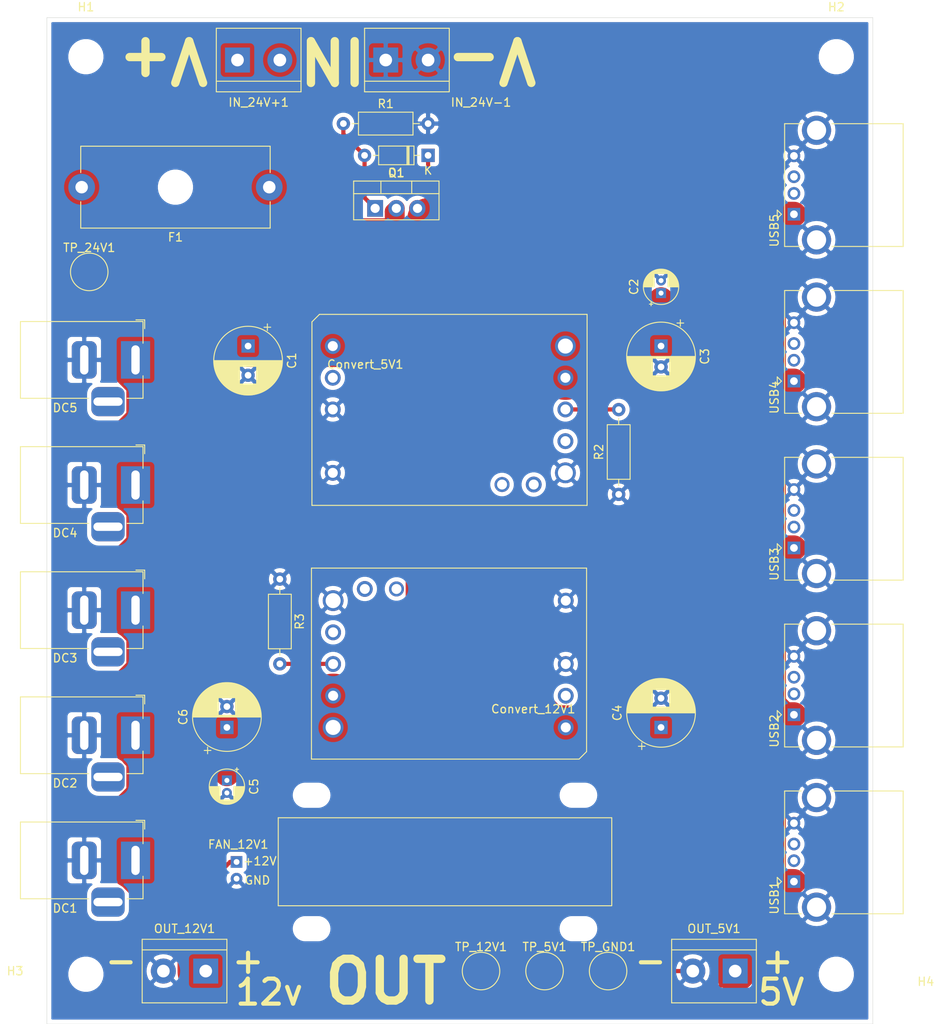
<source format=kicad_pcb>
(kicad_pcb (version 20171130) (host pcbnew 5.1.12-84ad8e8a86~92~ubuntu20.04.1)
  (layers (0 F.Cu signal) (31 B.Cu signal) (34 B.Paste user) (35 F.Paste user) (36 B.SilkS user) (37 F.SilkS user) (38 B.Mask user) (39 F.Mask user) (44 Edge.Cuts user))
  (net 0 "")
  (net 1 24V)
  (net 2 GND)
  (net 3 5V)
  (net 4 12V)
  (net 5 "Net-(Convert_12V1-Pad34)")
  (net 6 "Net-(Convert_12V1-Pad33)")
  (net 7 "Net-(Convert_12V1-Pad32)")
  (net 8 "Net-(Convert_12V1-Pad6)")
  (net 9 "Net-(Convert_12V1-Pad5)")
  (net 10 "Net-(Convert_5V1-Pad34)")
  (net 11 "Net-(Convert_5V1-Pad33)")
  (net 12 "Net-(Convert_5V1-Pad32)")
  (net 13 "Net-(Convert_5V1-Pad6)")
  (net 14 "Net-(Convert_5V1-Pad5)")
  (net 15 "Net-(D1-Pad2)")
  (net 16 "Net-(DC1-Pad2)")
  (net 17 "Net-(DC2-Pad2)")
  (net 18 "Net-(DC3-Pad2)")
  (net 19 "Net-(DC4-Pad2)")
  (net 20 "Net-(DC5-Pad2)")
  (net 21 "Net-(F1-Pad1)")
  (net 22 "Net-(F1-Pad2)")
  (net 23 "Net-(USB1-Pad3)")
  (net 24 "Net-(USB1-Pad2)")
  (net 25 "Net-(USB2-Pad3)")
  (net 26 "Net-(USB2-Pad2)")
  (net 27 "Net-(USB3-Pad3)")
  (net 28 "Net-(USB3-Pad2)")
  (net 29 "Net-(USB4-Pad3)")
  (net 30 "Net-(USB4-Pad2)")
  (net 31 "Net-(USB5-Pad3)")
  (net 32 "Net-(USB5-Pad2)")
  (module Connector_USB:USB_A_CONNFLY_DS1095-WNR0 (layer F.Cu) (at 109.92 63.89 90)
    (fp_text reference USB4 (at -1.95 -2.35 90) (layer F.SilkS))
    (fp_text value "USB A")
    (pad 4 thru_hole circle (at 7 0 90) (size 1.524 1.524) (drill 0.92) (layers *.Cu *.Mask) (net 2 GND))
    (pad 3 thru_hole circle (at 4.5 0 90) (size 1.524 1.524) (drill 0.92) (layers *.Cu *.Mask) (net 29 "Net-(USB4-Pad3)"))
    (pad 2 thru_hole circle (at 2.5 0 90) (size 1.524 1.524) (drill 0.92) (layers *.Cu *.Mask) (net 30 "Net-(USB4-Pad2)"))
    (pad 1 thru_hole rect (at 0 0 90) (size 1.524 1.524) (drill 0.92) (layers *.Cu *.Mask) (net 3 5V))
    (pad 5 thru_hole circle (at -3.07 2.71 90) (size 3.5 3.5) (drill 2.3) (layers *.Cu *.Mask) (net 2 GND))
    (pad 5 thru_hole circle (at 10.07 2.71 90) (size 3.5 3.5) (drill 2.3) (layers *.Cu *.Mask) (net 2 GND))
  )
  (module Resistor_THT:R_Axial_DIN0207_L6.3mm_D2.5mm_P10.16mm_Horizontal (layer F.Cu) (at 88.9 77.47 90)
    (fp_text reference R2 (at 5.08 -2.37 90) (layer F.SilkS))
    (fp_text value 8K4)
    (pad 2 thru_hole oval (at 10.16 0 90) (size 1.6 1.6) (drill 0.8) (layers *.Cu *.Mask) (net 13 "Net-(Convert_5V1-Pad6)"))
    (pad 1 thru_hole circle (at 0 0 90) (size 1.6 1.6) (drill 0.8) (layers *.Cu *.Mask) (net 2 GND))
  )
  (module box_power:Fan12V_40by10.5mm (layer F.Cu) (at 43.07 121.54)
    (fp_text reference FAN_12V1 (at 0.2 -2.1) (layer F.SilkS))
    (fp_text value FanCableTie)
    (fp_text user GND (at 2.5 2.2) (layer F.SilkS))
    (fp_text user +12V (at 2.8 -0.1) (layer F.SilkS))
    (pad "" np_thru_hole oval (at 41 -8) (size 3.5 2) (drill oval 3.5 2) (layers *.Cu *.Mask))
    (pad "" np_thru_hole oval (at 9 -8) (size 3.5 2) (drill oval 3.5 2) (layers *.Cu *.Mask))
    (pad "" np_thru_hole oval (at 41 8) (size 3.5 2) (drill oval 3.5 2) (layers *.Cu *.Mask))
    (pad "" np_thru_hole oval (at 9 8) (size 3.5 2) (drill oval 3.5 2) (layers *.Cu *.Mask))
    (pad 2 thru_hole circle (at 0 2) (size 1.4 1.4) (drill 0.7) (layers *.Cu *.Mask) (net 2 GND))
    (pad 1 thru_hole rect (at 0 0) (size 1.4 1.4) (drill 0.7) (layers *.Cu *.Mask) (net 4 12V))
  )
  (module box_power:Fuseholder_Cylinder-5x20mm_646_series_22.6_1.5 (layer F.Cu) (at 46.99 40.64 180)
    (fp_text reference F1 (at 11.25 -6) (layer F.SilkS))
    (fp_text value Fuse)
    (pad 1 thru_hole circle (at 0 0 180) (size 3.2 3.2) (drill 1.5) (layers *.Cu *.Mask) (net 21 "Net-(F1-Pad1)"))
    (pad 2 thru_hole circle (at 22.5 0 180) (size 3.2 3.2) (drill 1.5) (layers *.Cu *.Mask) (net 22 "Net-(F1-Pad2)"))
    (pad "" np_thru_hole circle (at 11.25 0 180) (size 3.2 3.2) (drill 3.2) (layers *.Cu *.Mask))
  )
  (module box_power:i6A4W-DIP (layer F.Cu) (at 54.61 59.69)
    (fp_text reference Convert_5V1 (at 3.9 2.2) (layer F.SilkS))
    (fp_text value i6A4W010A033V-001-R)
    (pad 34 thru_hole circle (at 0 3.8) (size 1.9 1.9) (drill 1.2) (layers *.Cu *.Mask) (net 10 "Net-(Convert_5V1-Pad34)"))
    (pad 33 thru_hole circle (at 24.1 16.6) (size 1.9 1.9) (drill 1.2) (layers *.Cu *.Mask) (net 11 "Net-(Convert_5V1-Pad33)"))
    (pad 32 thru_hole circle (at 20.3 16.6) (size 1.8 1.8) (drill 1.2) (layers *.Cu *.Mask) (net 12 "Net-(Convert_5V1-Pad32)"))
    (pad 8 thru_hole circle (at 27.9 0) (size 2.5 2.5) (drill 1.8) (layers *.Cu *.Mask) (net 3 5V))
    (pad 7 thru_hole circle (at 27.9 3.8) (size 1.9 1.9) (drill 1.2) (layers *.Cu *.Mask) (net 3 5V))
    (pad 6 thru_hole circle (at 27.9 7.6) (size 1.9 1.9) (drill 1.2) (layers *.Cu *.Mask) (net 13 "Net-(Convert_5V1-Pad6)"))
    (pad 5 thru_hole circle (at 27.9 11.4) (size 1.9 1.9) (drill 1.2) (layers *.Cu *.Mask) (net 14 "Net-(Convert_5V1-Pad5)"))
    (pad 4 thru_hole circle (at 27.9 15.2) (size 2.5 2.5) (drill 1.8) (layers *.Cu *.Mask) (net 2 GND))
    (pad 3 thru_hole circle (at 0 15.2) (size 1.9 1.9) (drill 1.2) (layers *.Cu *.Mask) (net 2 GND))
    (pad 2 thru_hole circle (at 0 7.6) (size 1.9 1.9) (drill 1.2) (layers *.Cu *.Mask) (net 2 GND))
    (pad 1 thru_hole circle (at 0 0) (size 1.9 1.9) (drill 1.2) (layers *.Cu *.Mask) (net 1 24V))
  )
  (module Connector_USB:USB_A_CONNFLY_DS1095-WNR0 (layer F.Cu) (at 109.92 43.89 90)
    (fp_text reference USB5 (at -1.95 -2.35 90) (layer F.SilkS))
    (fp_text value "USB A")
    (pad 4 thru_hole circle (at 7 0 90) (size 1.524 1.524) (drill 0.92) (layers *.Cu *.Mask) (net 2 GND))
    (pad 3 thru_hole circle (at 4.5 0 90) (size 1.524 1.524) (drill 0.92) (layers *.Cu *.Mask) (net 31 "Net-(USB5-Pad3)"))
    (pad 2 thru_hole circle (at 2.5 0 90) (size 1.524 1.524) (drill 0.92) (layers *.Cu *.Mask) (net 32 "Net-(USB5-Pad2)"))
    (pad 1 thru_hole rect (at 0 0 90) (size 1.524 1.524) (drill 0.92) (layers *.Cu *.Mask) (net 3 5V))
    (pad 5 thru_hole circle (at -3.07 2.71 90) (size 3.5 3.5) (drill 2.3) (layers *.Cu *.Mask) (net 2 GND))
    (pad 5 thru_hole circle (at 10.07 2.71 90) (size 3.5 3.5) (drill 2.3) (layers *.Cu *.Mask) (net 2 GND))
  )
  (module Connector_USB:USB_A_CONNFLY_DS1095-WNR0 (layer F.Cu) (at 109.92 123.89 90)
    (fp_text reference USB1 (at -1.95 -2.35 90) (layer F.SilkS))
    (fp_text value "USB A")
    (pad 4 thru_hole circle (at 7 0 90) (size 1.524 1.524) (drill 0.92) (layers *.Cu *.Mask) (net 2 GND))
    (pad 3 thru_hole circle (at 4.5 0 90) (size 1.524 1.524) (drill 0.92) (layers *.Cu *.Mask) (net 23 "Net-(USB1-Pad3)"))
    (pad 2 thru_hole circle (at 2.5 0 90) (size 1.524 1.524) (drill 0.92) (layers *.Cu *.Mask) (net 24 "Net-(USB1-Pad2)"))
    (pad 1 thru_hole rect (at 0 0 90) (size 1.524 1.524) (drill 0.92) (layers *.Cu *.Mask) (net 3 5V))
    (pad 5 thru_hole circle (at -3.07 2.71 90) (size 3.5 3.5) (drill 2.3) (layers *.Cu *.Mask) (net 2 GND))
    (pad 5 thru_hole circle (at 10.07 2.71 90) (size 3.5 3.5) (drill 2.3) (layers *.Cu *.Mask) (net 2 GND))
  )
  (module TerminalBlock:TerminalBlock_bornier-2_P5.08mm (layer F.Cu) (at 102.87 134.62 180)
    (fp_text reference OUT_5V1 (at 2.54 5.08) (layer F.SilkS))
    (fp_text value Screw_Terminal_01x02)
    (pad 2 thru_hole circle (at 5.08 0 180) (size 3 3) (drill 1.52) (layers *.Cu *.Mask) (net 2 GND))
    (pad 1 thru_hole rect (at 0 0 180) (size 3 3) (drill 1.52) (layers *.Cu *.Mask) (net 3 5V))
  )
  (module Capacitor_THT:CP_Radial_D8.0mm_P2.50mm (layer F.Cu) (at 93.98 59.69 270)
    (fp_text reference C3 (at 1.25 -5.25 90) (layer F.SilkS))
    (fp_text value 22uF)
    (pad 2 thru_hole circle (at 2.5 0 270) (size 1.6 1.6) (drill 0.8) (layers *.Cu *.Mask) (net 2 GND))
    (pad 1 thru_hole rect (at 0 0 270) (size 1.6 1.6) (drill 0.8) (layers *.Cu *.Mask) (net 3 5V))
  )
  (module TerminalBlock:TerminalBlock_bornier-2_P5.08mm (layer F.Cu) (at 39.37 134.62 180)
    (fp_text reference OUT_12V1 (at 2.54 5.08) (layer F.SilkS))
    (fp_text value Screw_Terminal_01x02)
    (pad 2 thru_hole circle (at 5.08 0 180) (size 3 3) (drill 1.52) (layers *.Cu *.Mask) (net 2 GND))
    (pad 1 thru_hole rect (at 0 0 180) (size 3 3) (drill 1.52) (layers *.Cu *.Mask) (net 4 12V))
  )
  (module Capacitor_THT:CP_Radial_D8.0mm_P2.50mm (layer F.Cu) (at 41.91 105.41 90)
    (fp_text reference C6 (at 1.25 -5.25 90) (layer F.SilkS))
    (fp_text value 22uF)
    (pad 2 thru_hole circle (at 2.5 0 90) (size 1.6 1.6) (drill 0.8) (layers *.Cu *.Mask) (net 2 GND))
    (pad 1 thru_hole rect (at 0 0 90) (size 1.6 1.6) (drill 0.8) (layers *.Cu *.Mask) (net 4 12V))
  )
  (module TerminalBlock:TerminalBlock_bornier-2_P5.08mm (layer F.Cu) (at 43.18 25.4)
    (fp_text reference IN_24V+1 (at 2.54 5.08 180) (layer F.SilkS))
    (fp_text value Screw_Terminal_01x02)
    (pad 2 thru_hole circle (at 5.08 0) (size 3 3) (drill 1.52) (layers *.Cu *.Mask) (net 22 "Net-(F1-Pad2)"))
    (pad 1 thru_hole rect (at 0 0) (size 3 3) (drill 1.52) (layers *.Cu *.Mask) (net 22 "Net-(F1-Pad2)"))
  )
  (module box_power:BarrelJack_Horizontal_DC10B (layer F.Cu) (at 30.95 106.35)
    (fp_text reference DC2 (at -8.45 5.75) (layer F.SilkS))
    (fp_text value Barrel_Jack_Switch_DC10B)
    (pad 2 thru_hole roundrect (at -3.3 5) (size 4 3.5) (drill oval 3.5 1) (layers *.Cu *.Mask) (net 17 "Net-(DC2-Pad2)"))
    (pad 3 thru_hole roundrect (at -6.15 0) (size 3 4.5) (drill oval 1 3.5) (layers *.Cu *.Mask) (net 2 GND))
    (pad 1 thru_hole rect (at 0 0) (size 3.5 4.5) (drill oval 1 3.5) (layers *.Cu *.Mask) (net 4 12V))
  )
  (module box_power:BarrelJack_Horizontal_DC10B (layer F.Cu) (at 30.95 76.35)
    (fp_text reference DC4 (at -8.45 5.75) (layer F.SilkS))
    (fp_text value Barrel_Jack_Switch_DC10B)
    (pad 2 thru_hole roundrect (at -3.3 5) (size 4 3.5) (drill oval 3.5 1) (layers *.Cu *.Mask) (net 19 "Net-(DC4-Pad2)"))
    (pad 3 thru_hole roundrect (at -6.15 0) (size 3 4.5) (drill oval 1 3.5) (layers *.Cu *.Mask) (net 2 GND))
    (pad 1 thru_hole rect (at 0 0) (size 3.5 4.5) (drill oval 1 3.5) (layers *.Cu *.Mask) (net 4 12V))
  )
  (module box_power:BarrelJack_Horizontal_DC10B (layer F.Cu) (at 30.95 121.35)
    (fp_text reference DC1 (at -8.45 5.75) (layer F.SilkS))
    (fp_text value Barrel_Jack_Switch_DC10B)
    (pad 2 thru_hole roundrect (at -3.3 5) (size 4 3.5) (drill oval 3.5 1) (layers *.Cu *.Mask) (net 16 "Net-(DC1-Pad2)"))
    (pad 3 thru_hole roundrect (at -6.15 0) (size 3 4.5) (drill oval 1 3.5) (layers *.Cu *.Mask) (net 2 GND))
    (pad 1 thru_hole rect (at 0 0) (size 3.5 4.5) (drill oval 1 3.5) (layers *.Cu *.Mask) (net 4 12V))
  )
  (module Resistor_THT:R_Axial_DIN0207_L6.3mm_D2.5mm_P10.16mm_Horizontal (layer F.Cu) (at 48.26 87.63 270)
    (fp_text reference R3 (at 5.08 -2.37 90) (layer F.SilkS))
    (fp_text value 1k82)
    (pad 2 thru_hole oval (at 10.16 0 270) (size 1.6 1.6) (drill 0.8) (layers *.Cu *.Mask) (net 8 "Net-(Convert_12V1-Pad6)"))
    (pad 1 thru_hole circle (at 0 0 270) (size 1.6 1.6) (drill 0.8) (layers *.Cu *.Mask) (net 2 GND))
  )
  (module box_power:i6A4W-DIP (layer F.Cu) (at 82.55 105.41 180)
    (fp_text reference Convert_12V1 (at 3.9 2.2) (layer F.SilkS))
    (fp_text value i6A4W010A033V-001-R)
    (pad 34 thru_hole circle (at 0 3.8 180) (size 1.9 1.9) (drill 1.2) (layers *.Cu *.Mask) (net 5 "Net-(Convert_12V1-Pad34)"))
    (pad 33 thru_hole circle (at 24.1 16.6 180) (size 1.9 1.9) (drill 1.2) (layers *.Cu *.Mask) (net 6 "Net-(Convert_12V1-Pad33)"))
    (pad 32 thru_hole circle (at 20.3 16.6 180) (size 1.8 1.8) (drill 1.2) (layers *.Cu *.Mask) (net 7 "Net-(Convert_12V1-Pad32)"))
    (pad 8 thru_hole circle (at 27.9 0 180) (size 2.5 2.5) (drill 1.8) (layers *.Cu *.Mask) (net 4 12V))
    (pad 7 thru_hole circle (at 27.9 3.8 180) (size 1.9 1.9) (drill 1.2) (layers *.Cu *.Mask) (net 4 12V))
    (pad 6 thru_hole circle (at 27.9 7.6 180) (size 1.9 1.9) (drill 1.2) (layers *.Cu *.Mask) (net 8 "Net-(Convert_12V1-Pad6)"))
    (pad 5 thru_hole circle (at 27.9 11.4 180) (size 1.9 1.9) (drill 1.2) (layers *.Cu *.Mask) (net 9 "Net-(Convert_12V1-Pad5)"))
    (pad 4 thru_hole circle (at 27.9 15.2 180) (size 2.5 2.5) (drill 1.8) (layers *.Cu *.Mask) (net 2 GND))
    (pad 3 thru_hole circle (at 0 15.2 180) (size 1.9 1.9) (drill 1.2) (layers *.Cu *.Mask) (net 2 GND))
    (pad 2 thru_hole circle (at 0 7.6 180) (size 1.9 1.9) (drill 1.2) (layers *.Cu *.Mask) (net 2 GND))
    (pad 1 thru_hole circle (at 0 0 180) (size 1.9 1.9) (drill 1.2) (layers *.Cu *.Mask) (net 1 24V))
  )
  (module Capacitor_THT:CP_Radial_D4.0mm_P1.50mm (layer F.Cu) (at 93.98 53.34 90)
    (fp_text reference C2 (at 0.75 -3.25 90) (layer F.SilkS))
    (fp_text value 0.1uF)
    (pad 2 thru_hole circle (at 1.5 0 90) (size 1.2 1.2) (drill 0.6) (layers *.Cu *.Mask) (net 2 GND))
    (pad 1 thru_hole rect (at 0 0 90) (size 1.2 1.2) (drill 0.6) (layers *.Cu *.Mask) (net 3 5V))
  )
  (module Connector_USB:USB_A_CONNFLY_DS1095-WNR0 (layer F.Cu) (at 109.92 103.89 90)
    (fp_text reference USB2 (at -1.95 -2.35 90) (layer F.SilkS))
    (fp_text value "USB A")
    (pad 4 thru_hole circle (at 7 0 90) (size 1.524 1.524) (drill 0.92) (layers *.Cu *.Mask) (net 2 GND))
    (pad 3 thru_hole circle (at 4.5 0 90) (size 1.524 1.524) (drill 0.92) (layers *.Cu *.Mask) (net 25 "Net-(USB2-Pad3)"))
    (pad 2 thru_hole circle (at 2.5 0 90) (size 1.524 1.524) (drill 0.92) (layers *.Cu *.Mask) (net 26 "Net-(USB2-Pad2)"))
    (pad 1 thru_hole rect (at 0 0 90) (size 1.524 1.524) (drill 0.92) (layers *.Cu *.Mask) (net 3 5V))
    (pad 5 thru_hole circle (at -3.07 2.71 90) (size 3.5 3.5) (drill 2.3) (layers *.Cu *.Mask) (net 2 GND))
    (pad 5 thru_hole circle (at 10.07 2.71 90) (size 3.5 3.5) (drill 2.3) (layers *.Cu *.Mask) (net 2 GND))
  )
  (module Connector_USB:USB_A_CONNFLY_DS1095-WNR0 (layer F.Cu) (at 109.92 83.89 90)
    (fp_text reference USB3 (at -1.95 -2.35 90) (layer F.SilkS))
    (fp_text value "USB A")
    (pad 4 thru_hole circle (at 7 0 90) (size 1.524 1.524) (drill 0.92) (layers *.Cu *.Mask) (net 2 GND))
    (pad 3 thru_hole circle (at 4.5 0 90) (size 1.524 1.524) (drill 0.92) (layers *.Cu *.Mask) (net 27 "Net-(USB3-Pad3)"))
    (pad 2 thru_hole circle (at 2.5 0 90) (size 1.524 1.524) (drill 0.92) (layers *.Cu *.Mask) (net 28 "Net-(USB3-Pad2)"))
    (pad 1 thru_hole rect (at 0 0 90) (size 1.524 1.524) (drill 0.92) (layers *.Cu *.Mask) (net 3 5V))
    (pad 5 thru_hole circle (at -3.07 2.71 90) (size 3.5 3.5) (drill 2.3) (layers *.Cu *.Mask) (net 2 GND))
    (pad 5 thru_hole circle (at 10.07 2.71 90) (size 3.5 3.5) (drill 2.3) (layers *.Cu *.Mask) (net 2 GND))
  )
  (module Capacitor_THT:CP_Radial_D8.0mm_P3.50mm (layer F.Cu) (at 93.98 105.41 90)
    (fp_text reference C4 (at 1.75 -5.25 90) (layer F.SilkS))
    (fp_text value 100uF)
    (pad 2 thru_hole circle (at 3.5 0 90) (size 1.6 1.6) (drill 0.8) (layers *.Cu *.Mask) (net 2 GND))
    (pad 1 thru_hole rect (at 0 0 90) (size 1.6 1.6) (drill 0.8) (layers *.Cu *.Mask) (net 1 24V))
  )
  (module TerminalBlock:TerminalBlock_bornier-2_P5.08mm (layer F.Cu) (at 60.96 25.4)
    (fp_text reference IN_24V-1 (at 11.43 5.08 180) (layer F.SilkS))
    (fp_text value Screw_Terminal_01x02)
    (pad 2 thru_hole circle (at 5.08 0) (size 3 3) (drill 1.52) (layers *.Cu *.Mask) (net 2 GND))
    (pad 1 thru_hole rect (at 0 0) (size 3 3) (drill 1.52) (layers *.Cu *.Mask) (net 2 GND))
  )
  (module box_power:BarrelJack_Horizontal_DC10B (layer F.Cu) (at 30.95 61.35)
    (fp_text reference DC5 (at -8.45 5.75) (layer F.SilkS))
    (fp_text value Barrel_Jack_Switch_DC10B)
    (pad 2 thru_hole roundrect (at -3.3 5) (size 4 3.5) (drill oval 3.5 1) (layers *.Cu *.Mask) (net 20 "Net-(DC5-Pad2)"))
    (pad 3 thru_hole roundrect (at -6.15 0) (size 3 4.5) (drill oval 1 3.5) (layers *.Cu *.Mask) (net 2 GND))
    (pad 1 thru_hole rect (at 0 0) (size 3.5 4.5) (drill oval 1 3.5) (layers *.Cu *.Mask) (net 4 12V))
  )
  (module Capacitor_THT:CP_Radial_D4.0mm_P1.50mm (layer F.Cu) (at 41.91 111.76 270)
    (fp_text reference C5 (at 0.75 -3.25 90) (layer F.SilkS))
    (fp_text value 0.1uF)
    (pad 2 thru_hole circle (at 1.5 0 270) (size 1.2 1.2) (drill 0.6) (layers *.Cu *.Mask) (net 2 GND))
    (pad 1 thru_hole rect (at 0 0 270) (size 1.2 1.2) (drill 0.6) (layers *.Cu *.Mask) (net 4 12V))
  )
  (module Capacitor_THT:CP_Radial_D8.0mm_P3.50mm (layer F.Cu) (at 44.45 59.69 270)
    (fp_text reference C1 (at 1.75 -5.25 90) (layer F.SilkS))
    (fp_text value 100uF)
    (pad 2 thru_hole circle (at 3.5 0 270) (size 1.6 1.6) (drill 0.8) (layers *.Cu *.Mask) (net 2 GND))
    (pad 1 thru_hole rect (at 0 0 270) (size 1.6 1.6) (drill 0.8) (layers *.Cu *.Mask) (net 1 24V))
  )
  (module box_power:BarrelJack_Horizontal_DC10B (layer F.Cu) (at 30.95 91.35)
    (fp_text reference DC3 (at -8.45 5.75) (layer F.SilkS))
    (fp_text value Barrel_Jack_Switch_DC10B)
    (pad 2 thru_hole roundrect (at -3.3 5) (size 4 3.5) (drill oval 3.5 1) (layers *.Cu *.Mask) (net 18 "Net-(DC3-Pad2)"))
    (pad 3 thru_hole roundrect (at -6.15 0) (size 3 4.5) (drill oval 1 3.5) (layers *.Cu *.Mask) (net 2 GND))
    (pad 1 thru_hole rect (at 0 0) (size 3.5 4.5) (drill oval 1 3.5) (layers *.Cu *.Mask) (net 4 12V))
  )
  (module TestPoint:TestPoint_Pad_D4.0mm (layer F.Cu) (at 87.63 134.62)
    (fp_text reference TP_GND1 (at 0 -2.898) (layer F.SilkS))
    (fp_text value TestPoint)
    (pad 1 smd circle (at 0 0) (size 4 4) (layers F.Cu F.Mask) (net 2 GND))
  )
  (module TestPoint:TestPoint_Pad_D4.0mm (layer F.Cu) (at 80.01 134.62)
    (fp_text reference TP_5V1 (at 0 -2.898) (layer F.SilkS))
    (fp_text value TestPoint)
    (pad 1 smd circle (at 0 0) (size 4 4) (layers F.Cu F.Mask) (net 3 5V))
  )
  (module TestPoint:TestPoint_Pad_D4.0mm (layer F.Cu) (at 25.4 50.8)
    (fp_text reference TP_24V1 (at 0 -2.898) (layer F.SilkS))
    (fp_text value TestPoint)
    (pad 1 smd circle (at 0 0) (size 4 4) (layers F.Cu F.Mask) (net 1 24V))
  )
  (module TestPoint:TestPoint_Pad_D4.0mm (layer F.Cu) (at 72.39 134.62)
    (fp_text reference TP_12V1 (at 0 -2.898) (layer F.SilkS))
    (fp_text value TestPoint)
    (pad 1 smd circle (at 0 0) (size 4 4) (layers F.Cu F.Mask) (net 4 12V))
  )
  (module MountingHole:MountingHole_3.2mm_M3 (layer F.Cu) (at 115 135)
    (fp_text reference H4 (at 10.73 0.89) (layer F.SilkS))
    (fp_text value MountingHole)
    (pad 1 np_thru_hole circle (at 0 0) (size 3.2 3.2) (drill 3.2) (layers *.Cu *.Mask))
  )
  (module MountingHole:MountingHole_3.2mm_M3 (layer F.Cu) (at 25 135)
    (fp_text reference H3 (at -8.49 -0.38) (layer F.SilkS))
    (fp_text value MountingHole)
    (pad 1 np_thru_hole circle (at 0 0) (size 3.2 3.2) (drill 3.2) (layers *.Cu *.Mask))
  )
  (module MountingHole:MountingHole_3.2mm_M3 (layer F.Cu) (at 115 25)
    (fp_text reference H2 (at 0 -5.95) (layer F.SilkS))
    (fp_text value MountingHole)
    (pad 1 np_thru_hole circle (at 0 0) (size 3.2 3.2) (drill 3.2) (layers *.Cu *.Mask))
  )
  (module MountingHole:MountingHole_3.2mm_M3 (layer F.Cu) (at 25 25)
    (fp_text reference H1 (at 0 -5.95) (layer F.SilkS))
    (fp_text value MountingHole)
    (pad 1 np_thru_hole circle (at 0 0) (size 3.2 3.2) (drill 3.2) (layers *.Cu *.Mask))
  )
  (module Resistor_THT:R_Axial_DIN0207_L6.3mm_D2.5mm_P10.16mm_Horizontal (layer F.Cu) (at 55.88 33.02)
    (fp_text reference R1 (at 5.08 -2.37) (layer F.SilkS))
    (fp_text value 300R)
    (pad 2 thru_hole oval (at 10.16 0) (size 1.6 1.6) (drill 0.8) (layers *.Cu *.Mask) (net 2 GND))
    (pad 1 thru_hole circle (at 0 0) (size 1.6 1.6) (drill 0.8) (layers *.Cu *.Mask) (net 15 "Net-(D1-Pad2)"))
  )
  (module Package_TO_SOT_THT:TO-220-3_Vertical (layer F.Cu) (at 59.69 43.18)
    (fp_text reference Q1 (at 2.54 -4.27) (layer F.SilkS))
    (fp_text value Q_PMOS_GDS)
    (pad 3 thru_hole oval (at 5.08 0) (size 1.905 2) (drill 1.1) (layers *.Cu *.Mask) (net 1 24V))
    (pad 2 thru_hole oval (at 2.54 0) (size 1.905 2) (drill 1.1) (layers *.Cu *.Mask) (net 21 "Net-(F1-Pad1)"))
    (pad 1 thru_hole rect (at 0 0) (size 1.905 2) (drill 1.1) (layers *.Cu *.Mask) (net 15 "Net-(D1-Pad2)"))
  )
  (module Diode_THT:D_DO-35_SOD27_P7.62mm_Horizontal (layer F.Cu) (at 66.04 36.83 180)
    (fp_text reference D1 (at 3.81 -2.12) (layer F.SilkS))
    (fp_text value Zener_18V)
    (fp_text user K (at 0 -1.8) (layer F.SilkS))
    (pad 2 thru_hole oval (at 7.62 0 180) (size 1.6 1.6) (drill 0.8) (layers *.Cu *.Mask) (net 15 "Net-(D1-Pad2)"))
    (pad 1 thru_hole rect (at 0 0 180) (size 1.6 1.6) (drill 0.8) (layers *.Cu *.Mask) (net 1 24V))
  )
  (gr_text IN (at 54.61 25.4 180) (layer F.SilkS) (effects (font (size 5 5) (thickness 1))))
  (gr_text OUT (at 60.96 135.89) (layer F.SilkS) (effects (font (size 5 5) (thickness 1))))
  (gr_text V- (at 73.66 25.4 180) (layer F.SilkS) (effects (font (size 5 5) (thickness 1))))
  (gr_text V+ (at 34.29 25.4 180) (layer F.SilkS) (effects (font (size 5 5) (thickness 1))))
  (gr_line (start 20.32 20.32) (end 20.32 140.97) (layer Edge.Cuts) (width 0.05))
  (gr_line (start 119.38 20.32) (end 20.32 20.32) (layer Edge.Cuts) (width 0.05))
  (gr_line (start 119.38 140.97) (end 119.38 20.32) (layer Edge.Cuts) (width 0.05))
  (gr_line (start 20.32 140.97) (end 119.38 140.97) (layer Edge.Cuts) (width 0.05))
  (gr_text - (at 92.71 133.35) (layer F.SilkS) (effects (font (size 3 3) (thickness 0.5))))
  (gr_text + (at 107.95 133.35) (layer F.SilkS) (effects (font (size 3 3) (thickness 0.5))))
  (gr_text 5V (at 108.4 137.16) (layer F.SilkS) (effects (font (size 3 3) (thickness 0.5))))
  (gr_text - (at 29.21 133.35) (layer F.SilkS) (effects (font (size 3 3) (thickness 0.5))))
  (gr_text + (at 44.45 133.35) (layer F.SilkS) (effects (font (size 3 3) (thickness 0.5))))
  (gr_text 12v (at 46.99 137.16) (layer F.SilkS) (effects (font (size 3 3) (thickness 0.5))))
  (segment (start 66.04 41.91) (end 64.77 43.18) (width 0.5) (layer F.Cu) (net 1))
  (segment (start 66.04 36.83) (end 66.04 41.91) (width 0.5) (layer F.Cu) (net 1))
  (segment (start 64.77 48.26) (end 64.77 43.18) (width 2) (layer F.Cu) (net 1))
  (segment (start 66.04 44.45) (end 64.77 43.18) (width 2) (layer F.Cu) (net 1))
  (segment (start 66.04 48.26) (end 66.04 44.45) (width 2) (layer F.Cu) (net 1))
  (segment (start 54.61 59.69) (end 57.15 59.69) (width 5) (layer F.Cu) (net 1))
  (segment (start 66.04 50.8) (end 66.04 44.45) (width 5) (layer F.Cu) (net 1))
  (segment (start 57.15 59.69) (end 66.04 50.8) (width 5) (layer F.Cu) (net 1))
  (segment (start 54.61 59.69) (end 56.212002 59.69) (width 5) (layer F.Cu) (net 1))
  (segment (start 54.61 59.69) (end 44.45 59.69) (width 5) (layer F.Cu) (net 1))
  (segment (start 35.56 50.8) (end 44.45 59.69) (width 0.5) (layer F.Cu) (net 1))
  (segment (start 25.4 50.8) (end 35.56 50.8) (width 0.5) (layer F.Cu) (net 1))
  (segment (start 56.212002 59.69) (end 62.23 59.69) (width 5) (layer F.Cu) (net 1))
  (segment (start 80.317999 106.260001) (end 82.55 106.260001) (width 7) (layer F.Cu) (net 1))
  (segment (start 66.850001 92.792003) (end 80.317999 106.260001) (width 7) (layer F.Cu) (net 1))
  (segment (start 66.850001 64.310001) (end 66.850001 92.792003) (width 7) (layer F.Cu) (net 1))
  (segment (start 62.23 59.69) (end 66.850001 64.310001) (width 7) (layer F.Cu) (net 1))
  (segment (start 82.55 105.41) (end 93.98 105.41) (width 5) (layer F.Cu) (net 1))
  (segment (start 66.04 25.4) (end 60.96 25.4) (width 7) (layer F.Cu) (net 2))
  (segment (start 87.63 134.62) (end 97.79 134.62) (width 0.5) (layer F.Cu) (net 2))
  (segment (start 106.457999 123.051761) (end 106.457999 106.545999) (width 5) (layer F.Cu) (net 3))
  (segment (start 102.87 126.63976) (end 106.457999 123.051761) (width 5) (layer F.Cu) (net 3))
  (segment (start 107.296238 123.89) (end 106.457999 123.051761) (width 3) (layer F.Cu) (net 3))
  (segment (start 109.92 123.89) (end 107.296238 123.89) (width 3) (layer F.Cu) (net 3))
  (segment (start 108.776238 103.89) (end 107.534237 102.647999) (width 3) (layer F.Cu) (net 3))
  (segment (start 109.92 103.89) (end 108.776238 103.89) (width 3) (layer F.Cu) (net 3))
  (segment (start 107.534237 102.647999) (end 106.457999 102.647999) (width 3) (layer F.Cu) (net 3))
  (segment (start 106.457999 106.545999) (end 106.457999 102.647999) (width 5) (layer F.Cu) (net 3))
  (segment (start 107.88 83.89) (end 106.457999 85.312001) (width 3) (layer F.Cu) (net 3))
  (segment (start 109.92 83.89) (end 107.88 83.89) (width 3) (layer F.Cu) (net 3))
  (segment (start 106.457999 102.647999) (end 106.457999 85.312001) (width 5) (layer F.Cu) (net 3))
  (segment (start 107.56 63.89) (end 106.457999 64.992001) (width 3) (layer F.Cu) (net 3))
  (segment (start 109.92 63.89) (end 107.56 63.89) (width 3) (layer F.Cu) (net 3))
  (segment (start 106.457999 64.992001) (end 106.457999 43.402001) (width 5) (layer F.Cu) (net 3))
  (segment (start 106.457999 85.312001) (end 106.457999 64.992001) (width 5) (layer F.Cu) (net 3))
  (segment (start 106.945998 43.89) (end 106.457999 43.402001) (width 3) (layer F.Cu) (net 3))
  (segment (start 109.92 43.89) (end 106.945998 43.89) (width 3) (layer F.Cu) (net 3))
  (segment (start 101.6 132.08) (end 102.87 133.35) (width 0.5) (layer F.Cu) (net 3))
  (segment (start 102.87 133.35) (end 102.87 126.63976) (width 5) (layer F.Cu) (net 3))
  (segment (start 102.87 134.62) (end 102.87 133.35) (width 5) (layer F.Cu) (net 3))
  (segment (start 80.01 134.62) (end 83.82 138.43) (width 0.5) (layer F.Cu) (net 3))
  (segment (start 99.06 138.43) (end 102.87 134.62) (width 0.5) (layer F.Cu) (net 3))
  (segment (start 83.82 138.43) (end 99.06 138.43) (width 0.5) (layer F.Cu) (net 3))
  (segment (start 82.51 59.69) (end 82.51 62.639999) (width 7) (layer F.Cu) (net 3))
  (segment (start 93.98 59.69) (end 93.98 54.140001) (width 3) (layer F.Cu) (net 3))
  (segment (start 105.187999 57.372001) (end 105.457999 57.372001) (width 7) (layer F.Cu) (net 3))
  (segment (start 104.870001 57.689999) (end 105.187999 57.372001) (width 7) (layer F.Cu) (net 3))
  (segment (start 84.510001 57.689999) (end 104.870001 57.689999) (width 7) (layer F.Cu) (net 3))
  (segment (start 82.51 59.69) (end 84.510001 57.689999) (width 7) (layer F.Cu) (net 3))
  (segment (start 30.95 91.35) (end 30.95 90.97) (width 7) (layer F.Cu) (net 4))
  (segment (start 33.35001 93.579968) (end 31.035021 91.264979) (width 7) (layer F.Cu) (net 4))
  (segment (start 33.35001 99.120032) (end 33.35001 93.579968) (width 7) (layer F.Cu) (net 4))
  (segment (start 30.95 101.520042) (end 33.35001 99.120032) (width 7) (layer F.Cu) (net 4))
  (segment (start 30.95 106.35) (end 30.95 101.520042) (width 7) (layer F.Cu) (net 4))
  (segment (start 33.35001 63.579968) (end 31.035021 61.264979) (width 7) (layer F.Cu) (net 4))
  (segment (start 33.35001 69.120032) (end 33.35001 63.579968) (width 7) (layer F.Cu) (net 4))
  (segment (start 30.95 71.520042) (end 33.35001 69.120032) (width 7) (layer F.Cu) (net 4))
  (segment (start 30.95 76.35) (end 30.95 71.520042) (width 7) (layer F.Cu) (net 4))
  (segment (start 31.120042 76.35) (end 30.95 76.35) (width 7) (layer F.Cu) (net 4))
  (segment (start 33.35001 78.579968) (end 31.120042 76.35) (width 7) (layer F.Cu) (net 4))
  (segment (start 33.35001 84.120032) (end 33.35001 78.579968) (width 7) (layer F.Cu) (net 4))
  (segment (start 30.95 86.520042) (end 33.35001 84.120032) (width 7) (layer F.Cu) (net 4))
  (segment (start 30.95 91.35) (end 30.95 86.520042) (width 7) (layer F.Cu) (net 4))
  (segment (start 30.95 121.35) (end 31.18 121.35) (width 7) (layer F.Cu) (net 4))
  (segment (start 39.490001 132.123999) (end 39.490001 134.62) (width 7) (layer F.Cu) (net 4))
  (segment (start 36.83 129.463998) (end 39.490001 132.123999) (width 7) (layer F.Cu) (net 4))
  (segment (start 36.83 127) (end 36.83 129.463998) (width 7) (layer F.Cu) (net 4))
  (segment (start 31.18 121.35) (end 36.83 127) (width 7) (layer F.Cu) (net 4))
  (segment (start 71.12 134.62) (end 72.39 135.89) (width 0.5) (layer F.Cu) (net 4))
  (segment (start 39.37 134.62) (end 71.12 134.62) (width 0.5) (layer F.Cu) (net 4))
  (segment (start 54.65 105.41) (end 54.65 102.460001) (width 7) (layer F.Cu) (net 4))
  (segment (start 33.35001 108.579968) (end 33.35001 114.120032) (width 7) (layer F.Cu) (net 4))
  (segment (start 32.180043 107.410001) (end 33.35001 108.579968) (width 7) (layer F.Cu) (net 4))
  (segment (start 52.649999 107.410001) (end 32.180043 107.410001) (width 7) (layer F.Cu) (net 4))
  (segment (start 30.95 116.520042) (end 30.95 121.35) (width 7) (layer F.Cu) (net 4))
  (segment (start 33.35001 114.120032) (end 30.95 116.520042) (width 7) (layer F.Cu) (net 4))
  (segment (start 54.65 105.41) (end 52.649999 107.410001) (width 7) (layer F.Cu) (net 4))
  (segment (start 41.91 105.41) (end 41.91 110.959999) (width 3) (layer F.Cu) (net 4))
  (segment (start 42.29 121.54) (end 36.83 127) (width 0.5) (layer F.Cu) (net 4))
  (segment (start 43.07 121.54) (end 42.29 121.54) (width 0.5) (layer F.Cu) (net 4))
  (segment (start 54.63 97.79) (end 54.65 97.81) (width 0.5) (layer F.Cu) (net 8))
  (segment (start 48.26 97.79) (end 54.63 97.79) (width 0.5) (layer F.Cu) (net 8))
  (segment (start 88.88 67.29) (end 88.9 67.31) (width 0.5) (layer F.Cu) (net 13))
  (segment (start 82.51 67.29) (end 88.88 67.29) (width 0.5) (layer F.Cu) (net 13))
  (segment (start 55.88 34.29) (end 58.42 36.83) (width 0.5) (layer F.Cu) (net 15))
  (segment (start 55.88 33.02) (end 55.88 34.29) (width 0.5) (layer F.Cu) (net 15))
  (segment (start 58.42 41.91) (end 59.69 43.18) (width 0.5) (layer F.Cu) (net 15))
  (segment (start 58.42 36.83) (end 58.42 41.91) (width 0.5) (layer F.Cu) (net 15))
  (segment (start 46.99 40.64) (end 54.230001 47.880001) (width 7) (layer F.Cu) (net 21))
  (segment (start 54.230001 47.880001) (end 55.777499 47.880001) (width 7) (layer F.Cu) (net 21))
  (segment (start 62.23 43.18) (end 62.23 47.267142) (width 2) (layer F.Cu) (net 21))
  (segment (start 55.777499 47.880001) (end 59.69 47.880001) (width 7) (layer F.Cu) (net 21))
  (segment (start 62.23 43.18) (end 61.842501 43.567499) (width 2) (layer F.Cu) (net 21))
  (segment (start 61.602501 45.380001) (end 59.69 45.380001) (width 2) (layer F.Cu) (net 21))
  (segment (start 61.842501 45.140001) (end 61.842501 43.567499) (width 2) (layer F.Cu) (net 21))
  (segment (start 61.602501 45.380001) (end 61.842501 45.140001) (width 2) (layer F.Cu) (net 21))
  (segment (start 39.73 25.4) (end 24.49 40.64) (width 7) (layer F.Cu) (net 22))
  (segment (start 43.18 25.4) (end 39.73 25.4) (width 7) (layer F.Cu) (net 22))
  (segment (start 48.26 25.4) (end 43.18 25.4) (width 7) (layer F.Cu) (net 22))
  (zone (net 2) (net_name GND) (layer B.Cu) (connect_pads (clearance 0.508)) (min_thickness 0.254) (fill yes (arc_segments 32) (thermal_gap 0.508) (thermal_bridge_width 0.508))
    (polygon (pts (xy 119.38 140.97) (xy 20.32 140.97) (xy 20.32 20.32) (xy 119.38 20.32)))
  )
)
</source>
